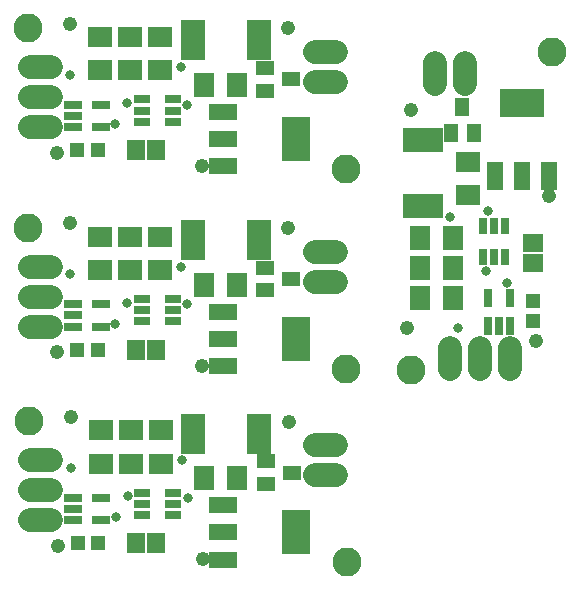
<source format=gts>
G75*
G70*
%OFA0B0*%
%FSLAX24Y24*%
%IPPOS*%
%LPD*%
%AMOC8*
5,1,8,0,0,1.08239X$1,22.5*
%
%ADD10C,0.0970*%
%ADD11R,0.0600X0.0300*%
%ADD12C,0.0789*%
%ADD13R,0.0592X0.0671*%
%ADD14R,0.0789X0.1340*%
%ADD15R,0.0960X0.0560*%
%ADD16R,0.0946X0.1497*%
%ADD17R,0.0580X0.0300*%
%ADD18R,0.0710X0.0790*%
%ADD19R,0.0790X0.0710*%
%ADD20C,0.0330*%
%ADD21R,0.0513X0.0474*%
%ADD22R,0.0631X0.0474*%
%ADD23R,0.0300X0.0600*%
%ADD24R,0.0671X0.0592*%
%ADD25R,0.1340X0.0789*%
%ADD26R,0.0560X0.0960*%
%ADD27R,0.1497X0.0946*%
%ADD28R,0.0300X0.0580*%
%ADD29R,0.0474X0.0513*%
%ADD30R,0.0474X0.0631*%
%ADD31C,0.0476*%
D10*
X001360Y005850D03*
X001350Y012300D03*
X001350Y018960D03*
X011950Y014260D03*
X011950Y007600D03*
X014110Y007550D03*
X011960Y001150D03*
X018810Y018150D03*
D11*
X003760Y016410D03*
X003760Y015670D03*
X002840Y015670D03*
X002840Y016040D03*
X002840Y016410D03*
X002840Y009750D03*
X002840Y009380D03*
X002840Y009010D03*
X003760Y009010D03*
X003760Y009750D03*
X003770Y003300D03*
X003770Y002560D03*
X002850Y002560D03*
X002850Y002930D03*
X002850Y003300D03*
D12*
X002114Y003550D02*
X001406Y003550D01*
X001406Y002550D02*
X002114Y002550D01*
X002114Y004550D02*
X001406Y004550D01*
X001396Y009000D02*
X002104Y009000D01*
X002104Y010000D02*
X001396Y010000D01*
X001396Y011000D02*
X002104Y011000D01*
X002104Y015660D02*
X001396Y015660D01*
X001396Y016660D02*
X002104Y016660D01*
X002104Y017660D02*
X001396Y017660D01*
X010896Y017160D02*
X011604Y017160D01*
X011604Y018160D02*
X010896Y018160D01*
X014910Y017804D02*
X014910Y017096D01*
X015910Y017096D02*
X015910Y017804D01*
X011604Y011500D02*
X010896Y011500D01*
X010896Y010500D02*
X011604Y010500D01*
X015410Y008304D02*
X015410Y007596D01*
X016410Y007596D02*
X016410Y008304D01*
X017410Y008304D02*
X017410Y007596D01*
X011614Y005050D02*
X010906Y005050D01*
X010906Y004050D02*
X011614Y004050D01*
D13*
X005615Y001780D03*
X004945Y001780D03*
X004935Y008230D03*
X005605Y008230D03*
X005605Y014890D03*
X004935Y014890D03*
D14*
X006828Y011890D03*
X009032Y011890D03*
X009042Y005440D03*
X006838Y005440D03*
X006828Y018550D03*
X009032Y018550D03*
D15*
X007830Y016170D03*
X007830Y015260D03*
X007830Y014350D03*
X007830Y009510D03*
X007830Y008600D03*
X007830Y007690D03*
X007840Y003060D03*
X007840Y002150D03*
X007840Y001240D03*
D16*
X010280Y002150D03*
X010270Y008600D03*
X010270Y015260D03*
D17*
X006160Y015840D03*
X006160Y016210D03*
X006160Y016580D03*
X005140Y016580D03*
X005140Y016210D03*
X005140Y015840D03*
X005140Y009920D03*
X005140Y009550D03*
X005140Y009180D03*
X006160Y009180D03*
X006160Y009550D03*
X006160Y009920D03*
X006170Y003470D03*
X006170Y003100D03*
X006170Y002730D03*
X005150Y002730D03*
X005150Y003100D03*
X005150Y003470D03*
D18*
X007200Y003950D03*
X008320Y003950D03*
X014400Y009950D03*
X014400Y010950D03*
X014400Y011950D03*
X015520Y011950D03*
X015520Y010950D03*
X015520Y009950D03*
X008310Y010400D03*
X007190Y010400D03*
X007190Y017060D03*
X008310Y017060D03*
D19*
X005750Y017550D03*
X004750Y017550D03*
X003750Y017550D03*
X003750Y018670D03*
X004750Y018670D03*
X005750Y018670D03*
X005750Y012010D03*
X004750Y012010D03*
X003750Y012010D03*
X003750Y010890D03*
X004750Y010890D03*
X005750Y010890D03*
X005760Y005560D03*
X004760Y005560D03*
X003760Y005560D03*
X003760Y004440D03*
X004760Y004440D03*
X005760Y004440D03*
X016010Y013390D03*
X016010Y014510D03*
D20*
X016660Y012850D03*
X015410Y012650D03*
X016610Y010850D03*
X017310Y010450D03*
X015660Y008950D03*
X006650Y009750D03*
X006450Y011000D03*
X004650Y009800D03*
X004250Y009100D03*
X002750Y010750D03*
X004250Y015760D03*
X004650Y016460D03*
X006450Y017660D03*
X006650Y016410D03*
X002750Y017410D03*
X006460Y004550D03*
X006660Y003300D03*
X004660Y003350D03*
X004260Y002650D03*
X002760Y004300D03*
D21*
X002995Y001790D03*
X003665Y001790D03*
X003655Y008240D03*
X002985Y008240D03*
X002985Y014900D03*
X003655Y014900D03*
D22*
X009247Y016876D03*
X009247Y017624D03*
X010113Y017250D03*
X009247Y010964D03*
X009247Y010216D03*
X010113Y010590D03*
X009257Y004514D03*
X009257Y003766D03*
X010123Y004140D03*
D23*
X016660Y009040D03*
X017030Y009040D03*
X017400Y009040D03*
X017400Y009960D03*
X016660Y009960D03*
D24*
X018180Y011135D03*
X018180Y011805D03*
D25*
X014520Y013028D03*
X014520Y015232D03*
D26*
X016900Y014030D03*
X017810Y014030D03*
X018720Y014030D03*
D27*
X017810Y016470D03*
D28*
X017230Y012360D03*
X016860Y012360D03*
X016490Y012360D03*
X016490Y011340D03*
X016860Y011340D03*
X017230Y011340D03*
D29*
X018170Y009855D03*
X018170Y009185D03*
D30*
X016194Y015447D03*
X015446Y015447D03*
X015820Y016313D03*
D31*
X002330Y001700D03*
X002760Y006000D03*
X002320Y008150D03*
X002750Y012450D03*
X002320Y014810D03*
X002750Y019110D03*
X007150Y014360D03*
X010020Y012290D03*
X013960Y008950D03*
X010030Y005840D03*
X007150Y007700D03*
X007160Y001250D03*
X018260Y008520D03*
X018710Y013350D03*
X014120Y016220D03*
X010020Y018950D03*
M02*

</source>
